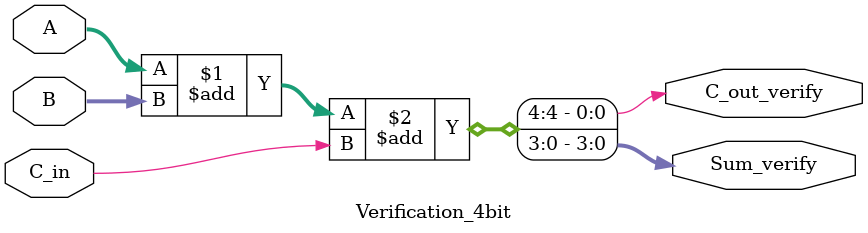
<source format=v>
`timescale 1ns / 1ps


module Verification_4bit(C_out_verify, Sum_verify, A, B, C_in);
    input [3:0] A, B;
    input C_in;
    output [3:0] Sum_verify;
    output C_out_verify;
    
    assign {C_out_verify, Sum_verify} = A + B + C_in;
endmodule

</source>
